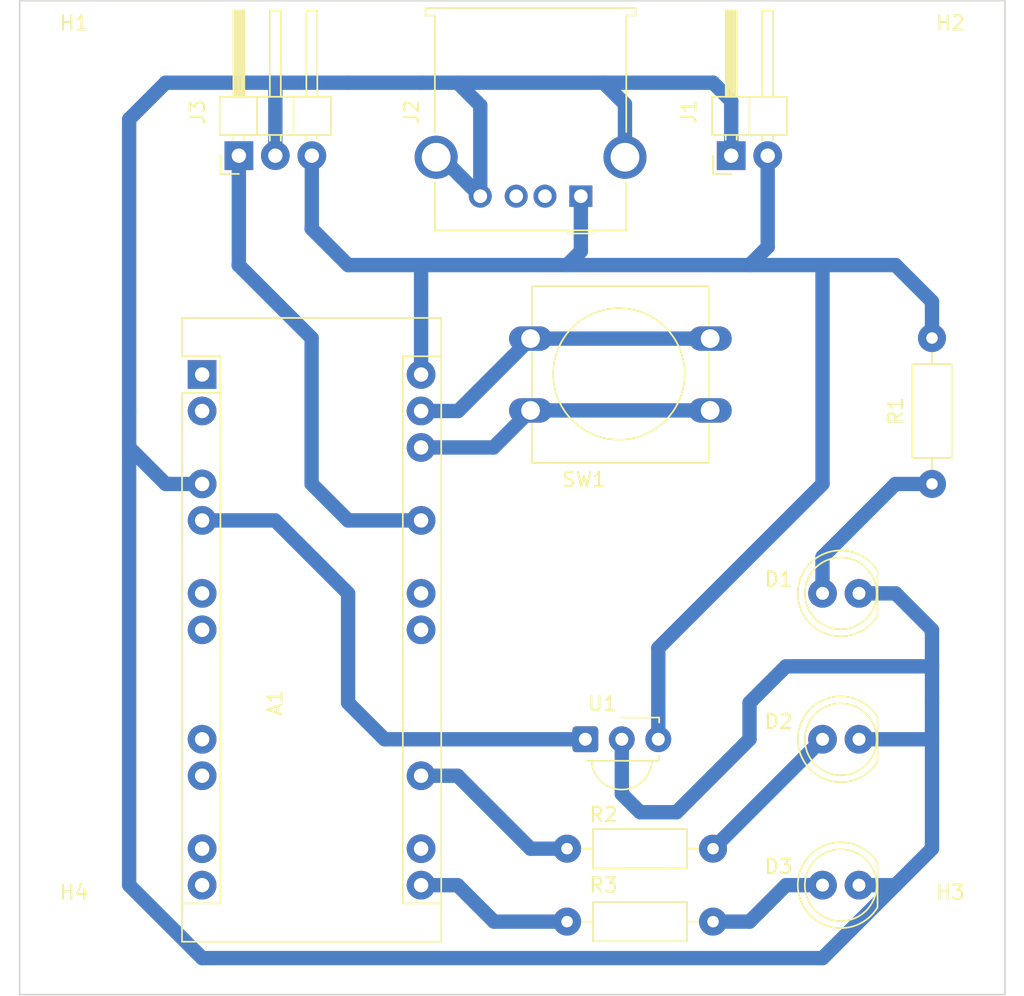
<source format=kicad_pcb>
(kicad_pcb (version 20211014) (generator pcbnew)
  (layers (0 "F.Cu" signal) (31 "B.Cu" signal) (34 "B.Paste" user) (35 "F.Paste" user) (36 "B.SilkS" user "B.Silkscreen") (37 "F.SilkS" user "F.Silkscreen") (38 "B.Mask" user) (39 "F.Mask" user) (44 "Edge.Cuts" user))
  (net 0 "")
  (net 1 "GND")
  (net 2 "Net-(D1-Pad2)")
  (net 3 "Net-(D2-Pad2)")
  (net 4 "+5V")
  (net 5 "Net-(D3-Pad2)")
  (net 8 "Net-(A1-Pad5)")
  (net 10 "Net-(R2-Pad1)")
  (net 13 "Net-(A1-Pad16)")
  (net 15 "Net-(J3-Pad1)")
  (net 16 "Net-(SW1-Pad1)")
  (net 18 "Net-(SW1-Pad2)")
  (footprint "MountingHole:MountingHole_2.1mm" (layer "F.Cu") (at 174 60)
    (fp_text reference "H2" (at 0 -3.2) (layer "F.SilkS"))
    (fp_text value "MountingHole")
    (pad "" np_thru_hole circle (at 0 0) (size 2.1 2.1) (drill 2.1) (layers *.Cu *.Mask))
  )
  (footprint "Connector_PinHeader_2.54mm:PinHeader_1x03_P2.54mm_Horizontal" (layer "F.Cu") (at 124.475 66.04 90)
    (fp_text reference "J3" (at 3.04 -2.875 90) (layer "F.SilkS"))
    (fp_text value "RELAY")
    (fp_line (start 1.11 0.38) (end 1.44 0.38) (layer "F.SilkS") (width 0.12))
    (fp_line (start 10.1 2.16) (end 10.1 2.92) (layer "F.SilkS") (width 0.12))
    (fp_line (start 10.1 0.38) (end 4.1 0.38) (layer "F.SilkS") (width 0.12))
    (fp_line (start 10.1 2.92) (end 4.1 2.92) (layer "F.SilkS") (width 0.12))
    (fp_line (start 1.44 1.27) (end 4.1 1.27) (layer "F.SilkS") (width 0.12))
    (fp_line (start 4.1 -1.33) (end 1.44 -1.33) (layer "F.SilkS") (width 0.12))
    (fp_line (start 1.042929 2.16) (end 1.44 2.16) (layer "F.SilkS") (width 0.12))
    (fp_line (start 1.042929 5.46) (end 1.44 5.46) (layer "F.SilkS") (width 0.12))
    (fp_line (start 1.042929 2.92) (end 1.44 2.92) (layer "F.SilkS") (width 0.12))
    (fp_line (start 1.44 6.41) (end 4.1 6.41) (layer "F.SilkS") (width 0.12))
    (fp_line (start 10.1 -0.38) (end 10.1 0.38) (layer "F.SilkS") (width 0.12))
    (fp_line (start 4.1 6.41) (end 4.1 -1.33) (layer "F.SilkS") (width 0.12))
    (fp_line (start 4.1 -0.32) (end 10.1 -0.32) (layer "F.SilkS") (width 0.12))
    (fp_line (start 4.1 -0.08) (end 10.1 -0.08) (layer "F.SilkS") (width 0.12))
    (fp_line (start -1.27 -1.27) (end 0 -1.27) (layer "F.SilkS") (width 0.12))
    (fp_line (start 4.1 2.16) (end 10.1 2.16) (layer "F.SilkS") (width 0.12))
    (fp_line (start 10.1 5.46) (end 4.1 5.46) (layer "F.SilkS") (width 0.12))
    (fp_line (start 4.1 -0.2) (end 10.1 -0.2) (layer "F.SilkS") (width 0.12))
    (fp_line (start 1.11 -0.38) (end 1.44 -0.38) (layer "F.SilkS") (width 0.12))
    (fp_line (start 4.1 -0.38) (end 10.1 -0.38) (layer "F.SilkS") (width 0.12))
    (fp_line (start 4.1 0.28) (end 10.1 0.28) (layer "F.SilkS") (width 0.12))
    (fp_line (start 1.44 3.81) (end 4.1 3.81) (layer "F.SilkS") (width 0.12))
    (fp_line (start 4.1 4.7) (end 10.1 4.7) (layer "F.SilkS") (width 0.12))
    (fp_line (start 10.1 4.7) (end 10.1 5.46) (layer "F.SilkS") (width 0.12))
    (fp_line (start 1.44 -1.33) (end 1.44 6.41) (layer "F.SilkS") (width 0.12))
    (fp_line (start -1.27 0) (end -1.27 -1.27) (layer "F.SilkS") (width 0.12))
    (fp_line (start 4.1 0.04) (end 10.1 0.04) (layer "F.SilkS") (width 0.12))
    (fp_line (start 4.1 0.16) (end 10.1 0.16) (layer "F.SilkS") (width 0.12))
    (fp_line (start 1.042929 4.7) (end 1.44 4.7) (layer "F.SilkS") (width 0.12))
    (pad "1" thru_hole rect (at 0 0 90) (size 2 2) (drill 1) (layers *.Cu *.Mask) (net 15 "Net-(J3-Pad1)"))
    (pad "2" thru_hole circle (at 0 2.54 90) (size 2 2) (drill 1) (layers *.Cu *.Mask) (net 1 "GND"))
    (pad "3" thru_hole circle (at 0 5.08 90) (size 2 2) (drill 1) (layers *.Cu *.Mask) (net 4 "+5V"))
  )
  (footprint "OptoDevice:Vishay_MINICAST-3Pin" (layer "F.Cu") (at 148.59 106.68)
    (fp_text reference "U1" (at 1.18 -2.48 180) (layer "F.SilkS"))
    (fp_text value "VS1338B")
    (fp_line (start 5.14 -1.51) (end 2.54 -1.51) (layer "F.SilkS") (width 0.12))
    (fp_line (start 5.14 1.5) (end 0.05 1.5) (layer "F.SilkS") (width 0.12))
    (fp_line (start 5.14 1.16) (end 5.14 1.5) (layer "F.SilkS") (width 0.12))
    (fp_line (start 5.14 -1.16) (end 5.14 -1.51) (layer "F.SilkS") (width 0.12))
    (fp_arc (start 4.64 1.5) (mid 2.540869 3.502378) (end 0.440083 1.501736) (layer "F.SilkS") (width 0.12))
    (pad "1" thru_hole roundrect (at 0 0) (size 1.8 1.8) (drill 0.9) (layers *.Cu *.Mask) (roundrect_rratio 0.139) (net 8 "Net-(A1-Pad5)"))
    (pad "2" thru_hole circle (at 2.54 0) (size 1.8 1.8) (drill 0.9) (layers *.Cu *.Mask) (net 1 "GND"))
    (pad "3" thru_hole circle (at 5.08 0) (size 1.8 1.8) (drill 0.9) (layers *.Cu *.Mask) (net 4 "+5V"))
  )
  (footprint "Resistor_THT:R_Axial_DIN0207_L6.3mm_D2.5mm_P10.16mm_Horizontal" (layer "F.Cu") (at 147.32 119.38)
    (fp_text reference "R3" (at 2.54 -2.54) (layer "F.SilkS"))
    (fp_text value "470")
    (fp_line (start 1.81 -1.37) (end 1.81 1.37) (layer "F.SilkS") (width 0.12))
    (fp_line (start 1.04 0) (end 1.81 0) (layer "F.SilkS") (width 0.12))
    (fp_line (start 8.35 -1.37) (end 1.81 -1.37) (layer "F.SilkS") (width 0.12))
    (fp_line (start 8.35 1.37) (end 8.35 -1.37) (layer "F.SilkS") (width 0.12))
    (fp_line (start 1.81 1.37) (end 8.35 1.37) (layer "F.SilkS") (width 0.12))
    (fp_line (start 9.12 0) (end 8.35 0) (layer "F.SilkS") (width 0.12))
    (pad "1" thru_hole circle (at 0 0) (size 1.95 1.95) (drill 0.8) (layers *.Cu *.Mask) (net 13 "Net-(A1-Pad16)"))
    (pad "2" thru_hole circle (at 10.16 0) (size 1.95 1.95) (drill 0.8) (layers *.Cu *.Mask) (net 5 "Net-(D3-Pad2)"))
  )
  (footprint "LED_THT:LED_D5.0mm" (layer "F.Cu") (at 167.64 106.68 180)
    (fp_text reference "D2" (at 5.6 1.24) (layer "F.SilkS"))
    (fp_text value "LED")
    (fp_line (start -1.29 -1.545) (end -1.29 1.545) (layer "F.SilkS") (width 0.12))
    (fp_arc (start -1.29 -1.54483) (mid 2.072002 -2.880433) (end 4.26 0.000462) (layer "F.SilkS") (width 0.12))
    (fp_arc (start 4.26 -0.000462) (mid 2.072002 2.880433) (end -1.29 1.54483) (layer "F.SilkS") (width 0.12))
    (fp_circle (center 1.27 0) (end 3.77 0) (layer "F.SilkS") (width 0.12) (fill none))
    (pad "1" thru_hole circle (at 0 0 180) (size 2 2) (drill 0.9) (layers *.Cu *.Mask) (net 1 "GND"))
    (pad "2" thru_hole circle (at 2.54 0 180) (size 2 2) (drill 0.9) (layers *.Cu *.Mask) (net 3 "Net-(D2-Pad2)"))
  )
  (footprint "Connector_PinHeader_2.54mm:PinHeader_1x02_P2.54mm_Horizontal" (layer "F.Cu") (at 158.745 66.04 90)
    (fp_text reference "J1" (at 3.04 -2.945 90) (layer "F.SilkS"))
    (fp_text value "POWER_PINS")
    (fp_line (start 4.1 2.16) (end 10.1 2.16) (layer "F.SilkS") (width 0.12))
    (fp_line (start 1.042929 2.16) (end 1.44 2.16) (layer "F.SilkS") (width 0.12))
    (fp_line (start 4.1 0.16) (end 10.1 0.16) (layer "F.SilkS") (width 0.12))
    (fp_line (start 10.1 2.92) (end 4.1 2.92) (layer "F.SilkS") (width 0.12))
    (fp_line (start 4.1 -0.38) (end 10.1 -0.38) (layer "F.SilkS") (width 0.12))
    (fp_line (start 10.1 0.38) (end 4.1 0.38) (layer "F.SilkS") (width 0.12))
    (fp_line (start 1.11 -0.38) (end 1.44 -0.38) (layer "F.SilkS") (width 0.12))
    (fp_line (start 1.44 1.27) (end 4.1 1.27) (layer "F.SilkS") (width 0.12))
    (fp_line (start 10.1 -0.38) (end 10.1 0.38) (layer "F.SilkS") (width 0.12))
    (fp_line (start -1.27 0) (end -1.27 -1.27) (layer "F.SilkS") (width 0.12))
    (fp_line (start 1.44 -1.33) (end 1.44 3.87) (layer "F.SilkS") (width 0.12))
    (fp_line (start 4.1 0.28) (end 10.1 0.28) (layer "F.SilkS") (width 0.12))
    (fp_line (start 4.1 -1.33) (end 1.44 -1.33) (layer "F.SilkS") (width 0.12))
    (fp_line (start 4.1 -0.08) (end 10.1 -0.08) (layer "F.SilkS") (width 0.12))
    (fp_line (start 4.1 3.87) (end 4.1 -1.33) (layer "F.SilkS") (width 0.12))
    (fp_line (start 1.11 0.38) (end 1.44 0.38) (layer "F.SilkS") (width 0.12))
    (fp_line (start 10.1 2.16) (end 10.1 2.92) (layer "F.SilkS") (width 0.12))
    (fp_line (start 1.042929 2.92) (end 1.44 2.92) (layer "F.SilkS") (width 0.12))
    (fp_line (start -1.27 -1.27) (end 0 -1.27) (layer "F.SilkS") (width 0.12))
    (fp_line (start 4.1 0.04) (end 10.1 0.04) (layer "F.SilkS") (width 0.12))
    (fp_line (start 1.44 3.87) (end 4.1 3.87) (layer "F.SilkS") (width 0.12))
    (fp_line (start 4.1 -0.2) (end 10.1 -0.2) (layer "F.SilkS") (width 0.12))
    (fp_line (start 4.1 -0.32) (end 10.1 -0.32) (layer "F.SilkS") (width 0.12))
    (pad "1" thru_hole rect (at 0 0 90) (size 2 2) (drill 1) (layers *.Cu *.Mask) (net 1 "GND"))
    (pad "2" thru_hole circle (at 0 2.54 90) (size 2 2) (drill 1) (layers *.Cu *.Mask) (net 4 "+5V"))
  )
  (footprint "LED_THT:LED_D5.0mm" (layer "F.Cu") (at 167.64 96.52 180)
    (fp_text reference "D1" (at 5.6 0.98) (layer "F.SilkS"))
    (fp_text value "LED")
    (fp_line (start -1.29 -1.545) (end -1.29 1.545) (layer "F.SilkS") (width 0.12))
    (fp_arc (start 4.26 -0.000462) (mid 2.072002 2.880433) (end -1.29 1.54483) (layer "F.SilkS") (width 0.12))
    (fp_arc (start -1.29 -1.54483) (mid 2.072002 -2.880433) (end 4.26 0.000462) (layer "F.SilkS") (width 0.12))
    (fp_circle (center 1.27 0) (end 3.77 0) (layer "F.SilkS") (width 0.12) (fill none))
    (pad "1" thru_hole circle (at 0 0 180) (size 2 2) (drill 0.9) (layers *.Cu *.Mask) (net 1 "GND"))
    (pad "2" thru_hole circle (at 2.54 0 180) (size 2 2) (drill 0.9) (layers *.Cu *.Mask) (net 2 "Net-(D1-Pad2)"))
  )
  (footprint "Connector_USB:USB_A_Molex_67643_Horizontal" (layer "F.Cu") (at 148.28 68.86 180)
    (fp_text reference "J2" (at 11.78 5.86 90) (layer "F.SilkS"))
    (fp_text value "POWER_USB")
    (fp_line (start 10.16 4.47) (end 10.16 12.58) (layer "F.SilkS") (width 0.12))
    (fp_line (start 10.81 13.1) (end 10.81 12.58) (layer "F.SilkS") (width 0.12))
    (fp_line (start -3.81 13.1) (end 10.81 13.1) (layer "F.SilkS") (width 0.12))
    (fp_line (start -3.16 -2.38) (end -3.16 0.95) (layer "F.SilkS") (width 0.12))
    (fp_line (start -3.81 12.58) (end -3.81 13.1) (layer "F.SilkS") (width 0.12))
    (fp_line (start -3.16 12.58) (end -3.16 4.47) (layer "F.SilkS") (width 0.12))
    (fp_line (start -3.16 12.58) (end -3.81 12.58) (layer "F.SilkS") (width 0.12))
    (fp_line (start -3.16 -2.38) (end 10.16 -2.38) (layer "F.SilkS") (width 0.12))
    (fp_line (start 10.16 -2.38) (end 10.16 0.95) (layer "F.SilkS") (width 0.12))
    (fp_line (start -0.9 -2.6) (end 0.9 -2.6) (layer "F.SilkS") (width 0.12))
    (fp_line (start 10.81 12.58) (end 10.16 12.58) (layer "F.SilkS") (width 0.12))
    (pad "1" thru_hole rect (at 0 0 180) (size 1.6 1.5) (drill 0.95) (layers *.Cu *.Mask) (net 4 "+5V"))
    (pad "2" thru_hole circle (at 2.5 0 180) (size 1.6 1.6) (drill 0.95) (layers *.Cu *.Mask))
    (pad "3" thru_hole circle (at 4.5 0 180) (size 1.6 1.6) (drill 0.95) (layers *.Cu *.Mask))
    (pad "4" thru_hole circle (at 7 0 180) (size 1.6 1.6) (drill 0.95) (layers *.Cu *.Mask) (net 1 "GND"))
    (pad "5" thru_hole circle (at 10.07 2.71 180) (size 3 3) (drill 2) (layers *.Cu *.Mask) (net 1 "GND"))
    (pad "5" thru_hole circle (at -3.07 2.71 180) (size 3 3) (drill 2) (layers *.Cu *.Mask) (net 1 "GND"))
  )
  (footprint "MountingHole:MountingHole_2.1mm" (layer "F.Cu") (at 174 120.54)
    (fp_text reference "H3" (at 0 -3.2) (layer "F.SilkS"))
    (fp_text value "MountingHole")
    (pad "" np_thru_hole circle (at 0 0) (size 2.1 2.1) (drill 2.1) (layers *.Cu *.Mask))
  )
  (footprint "Module:Arduino_Nano" (layer "F.Cu") (at 121.92 81.28)
    (fp_text reference "A1" (at 5.07 22.86 270) (layer "F.SilkS"))
    (fp_text value "Arduino Nano v3.0")
    (fp_line (start -1.4 1.27) (end -1.4 39.5) (layer "F.SilkS") (width 0.12))
    (fp_line (start 16.64 -3.94) (end -1.4 -3.94) (layer "F.SilkS") (width 0.12))
    (fp_line (start 13.97 -1.27) (end 13.97 36.83) (layer "F.SilkS") (width 0.12))
    (fp_line (start -1.4 39.5) (end 16.64 39.5) (layer "F.SilkS") (width 0.12))
    (fp_line (start -1.4 -3.94) (end -1.4 -1.27) (layer "F.SilkS") (width 0.12))
    (fp_line (start 1.27 -1.27) (end -1.4 -1.27) (layer "F.SilkS") (width 0.12))
    (fp_line (start 13.97 -1.27) (end 16.64 -1.27) (layer "F.SilkS") (width 0.12))
    (fp_line (start 1.27 1.27) (end 1.27 36.83) (layer "F.SilkS") (width 0.12))
    (fp_line (start 1.27 1.27) (end 1.27 -1.27) (layer "F.SilkS") (width 0.12))
    (fp_line (start 1.27 1.27) (end -1.4 1.27) (layer "F.SilkS") (width 0.12))
    (fp_line (start 1.27 36.83) (end -1.4 36.83) (layer "F.SilkS") (width 0.12))
    (fp_line (start 16.64 39.5) (end 16.64 -3.94) (layer "F.SilkS") (width 0.12))
    (fp_line (start 13.97 36.83) (end 16.64 36.83) (layer "F.SilkS") (width 0.12))
    (pad "1" thru_hole rect (at 0 0) (size 2 2) (drill 1) (layers *.Cu *.Mask))
    (pad "2" thru_hole circle (at 0 2.54) (size 2 2) (drill 1) (layers *.Cu *.Mask))
    (pad "4" thru_hole circle (at 0 7.62) (size 2 2) (drill 1) (layers *.Cu *.Mask) (net 1 "GND"))
    (pad "5" thru_hole circle (at 0 10.16) (size 2 2) (drill 1) (layers *.Cu *.Mask) (net 8 "Net-(A1-Pad5)"))
    (pad "7" thru_hole circle (at 0 15.24) (size 2 2) (drill 1) (layers *.Cu *.Mask))
    (pad "8" thru_hole circle (at 0 17.78) (size 2 2) (drill 1) (layers *.Cu *.Mask))
    (pad "11" thru_hole circle (at 0 25.4) (size 2 2) (drill 1) (layers *.Cu *.Mask))
    (pad "12" thru_hole circle (at 0 27.94) (size 2 2) (drill 1) (layers *.Cu *.Mask))
    (pad "14" thru_hole circle (at 0 33.02) (size 2 2) (drill 1) (layers *.Cu *.Mask))
    (pad "15" thru_hole circle (at 0 35.56) (size 2 2) (drill 1) (layers *.Cu *.Mask))
    (pad "16" thru_hole circle (at 15.24 35.56) (size 2 2) (drill 1) (layers *.Cu *.Mask) (net 13 "Net-(A1-Pad16)"))
    (pad "17" thru_hole circle (at 15.24 33.02) (size 2 2) (drill 1) (layers *.Cu *.Mask))
    (pad "19" thru_hole circle (at 15.24 27.94) (size 2 2) (drill 1) (layers *.Cu *.Mask) (net 10 "Net-(R2-Pad1)"))
    (pad "23" thru_hole circle (at 15.24 17.78) (size 2 2) (drill 1) (layers *.Cu *.Mask))
    (pad "24" thru_hole circle (at 15.24 15.24) (size 2 2) (drill 1) (layers *.Cu *.Mask))
    (pad "26" thru_hole circle (at 15.24 10.16) (size 2 2) (drill 1) (layers *.Cu *.Mask) (net 15 "Net-(J3-Pad1)"))
    (pad "28" thru_hole circle (at 15.24 5.08) (size 2 2) (drill 1) (layers *.Cu *.Mask) (net 16 "Net-(SW1-Pad1)"))
    (pad "29" thru_hole circle (at 15.24 2.54) (size 2 2) (drill 1) (layers *.Cu *.Mask) (net 18 "Net-(SW1-Pad2)"))
    (pad "30" thru_hole circle (at 15.24 0) (size 2 2) (drill 1) (layers *.Cu *.Mask) (net 4 "+5V"))
  )
  (footprint "MountingHole:MountingHole_2.1mm" (layer "F.Cu") (at 113 120.54)
    (fp_text reference "H4" (at 0 -3.2) (layer "F.SilkS"))
    (fp_text value "MountingHole")
    (pad "" np_thru_hole circle (at 0 0) (size 2.1 2.1) (drill 2.1) (layers F&B.Cu *.Mask))
  )
  (footprint "Resistor_THT:R_Axial_DIN0207_L6.3mm_D2.5mm_P10.16mm_Horizontal" (layer "F.Cu") (at 172.72 78.74 -90)
    (fp_text reference "R1" (at 5.08 2.54 90) (layer "F.SilkS"))
    (fp_text value "4K7")
    (fp_line (start 1.04 0) (end 1.81 0) (layer "F.SilkS") (width 0.12))
    (fp_line (start 8.35 1.37) (end 8.35 -1.37) (layer "F.SilkS") (width 0.12))
    (fp_line (start 1.81 -1.37) (end 1.81 1.37) (layer "F.SilkS") (width 0.12))
    (fp_line (start 1.81 1.37) (end 8.35 1.37) (layer "F.SilkS") (width 0.12))
    (fp_line (start 8.35 -1.37) (end 1.81 -1.37) (layer "F.SilkS") (width 0.12))
    (fp_line (start 9.12 0) (end 8.35 0) (layer "F.SilkS") (width 0.12))
    (pad "1" thru_hole circle (at 0 0 270) (size 1.95 1.95) (drill 0.8) (layers *.Cu *.Mask) (net 4 "+5V"))
    (pad "2" thru_hole circle (at 10.16 0 270) (size 1.95 1.95) (drill 0.8) (layers *.Cu *.Mask) (net 2 "Net-(D1-Pad2)"))
  )
  (footprint "Button_Switch_THT:SW_PUSH-12mm" (layer "F.Cu") (at 157.28 83.78 180)
    (fp_text reference "SW1" (at 8.78 -4.82) (layer "F.SilkS"))
    (fp_text value "RESET")
    (fp_line (start 12.4 0.93) (end 12.4 4.07) (layer "F.SilkS") (width 0.12))
    (fp_line (start 12.4 8.65) (end 0.1 8.65) (layer "F.SilkS") (width 0.12))
    (fp_line (start 0.1 -3.65) (end 12.4 -3.65) (layer "F.SilkS") (width 0.12))
    (fp_line (start 0.1 4.07) (end 0.1 0.93) (layer "F.SilkS") (width 0.12))
    (fp_line (start 12.4 5.93) (end 12.4 8.65) (layer "F.SilkS") (width 0.12))
    (fp_line (start 12.4 -3.65) (end 12.4 -0.93) (layer "F.SilkS") (width 0.12))
    (fp_line (start 0.1 8.65) (end 0.1 5.93) (layer "F.SilkS") (width 0.12))
    (fp_line (start 0.1 -0.93) (end 0.1 -3.65) (layer "F.SilkS") (width 0.12))
    (fp_circle (center 6.35 2.54) (end 10.16 5.08) (layer "F.SilkS") (width 0.12) (fill none))
    (pad "1" thru_hole oval (at 0 0 180) (size 3 1.7) (drill 1.3) (layers *.Cu *.Mask) (net 16 "Net-(SW1-Pad1)"))
    (pad "1" thru_hole oval (at 12.5 0 180) (size 3 1.7) (drill 1.3) (layers *.Cu *.Mask) (net 16 "Net-(SW1-Pad1)"))
    (pad "2" thru_hole oval (at 0 5 180) (size 3 1.7) (drill 1.3) (layers *.Cu *.Mask) (net 18 "Net-(SW1-Pad2)"))
    (pad "2" thru_hole oval (at 12.5 5 180) (size 3 1.7) (drill 1.3) (layers *.Cu *.Mask) (net 18 "Net-(SW1-Pad2)"))
  )
  (footprint "LED_THT:LED_D5.0mm" (layer "F.Cu") (at 167.64 116.84 180)
    (fp_text reference "D3" (at 5.6 1.3) (layer "F.SilkS"))
    (fp_text value "LED")
    (fp_line (start -1.29 -1.545) (end -1.29 1.545) (layer "F.SilkS") (width 0.12))
    (fp_arc (start -1.29 -1.54483) (mid 2.072002 -2.880433) (end 4.26 0.000462) (layer "F.SilkS") (width 0.12))
    (fp_arc (start 4.26 -0.000462) (mid 2.072002 2.880433) (end -1.29 1.54483) (layer "F.SilkS") (width 0.12))
    (fp_circle (center 1.27 0) (end 3.77 0) (layer "F.SilkS") (width 0.12) (fill none))
    (pad "1" thru_hole circle (at 0 0 180) (size 2 2) (drill 0.9) (layers *.Cu *.Mask) (net 1 "GND"))
    (pad "2" thru_hole circle (at 2.54 0 180) (size 2 2) (drill 0.9) (layers *.Cu *.Mask) (net 5 "Net-(D3-Pad2)"))
  )
  (footprint "Resistor_THT:R_Axial_DIN0207_L6.3mm_D2.5mm_P10.16mm_Horizontal" (layer "F.Cu") (at 147.32 114.3)
    (fp_text reference "R2" (at 2.54 -2.37) (layer "F.SilkS"))
    (fp_text value "4K7")
    (fp_line (start 8.35 -1.37) (end 1.81 -1.37) (layer "F.SilkS") (width 0.12))
    (fp_line (start 1.81 1.37) (end 8.35 1.37) (layer "F.SilkS") (width 0.12))
    (fp_line (start 1.04 0) (end 1.81 0) (layer "F.SilkS") (width 0.12))
    (fp_line (start 9.12 0) (end 8.35 0) (layer "F.SilkS") (width 0.12))
    (fp_line (start 8.35 1.37) (end 8.35 -1.37) (layer "F.SilkS") (width 0.12))
    (fp_line (start 1.81 -1.37) (end 1.81 1.37) (layer "F.SilkS") (width 0.12))
    (pad "1" thru_hole circle (at 0 0) (size 1.95 1.95) (drill 0.8) (layers *.Cu *.Mask) (net 10 "Net-(R2-Pad1)"))
    (pad "2" thru_hole circle (at 10.16 0) (size 1.95 1.95) (drill 0.8) (layers *.Cu *.Mask) (net 3 "Net-(D2-Pad2)"))
  )
  (footprint "MountingHole:MountingHole_2.1mm" (layer "F.Cu") (at 113 60)
    (fp_text reference "H1" (at 0 -3.2) (layer "F.SilkS"))
    (fp_text value "MountingHole")
    (pad "" np_thru_hole circle (at 0 0) (size 2.1 2.1) (drill 2.1) (layers *.Cu *.Mask))
  )
  (gr_line (start 177.8 55.25) (end 177.8 124.46) (layer "Edge.Cuts") (width 0.1))
  (gr_line (start 177.8 124.46) (end 109.22 124.46) (layer "Edge.Cuts") (width 0.1))
  (gr_line (start 109.22 124.46) (end 109.22 55.25) (layer "Edge.Cuts") (width 0.1))
  (gr_line (start 109.22 55.25) (end 177.8 55.25) (layer "Edge.Cuts") (width 0.1))
  (segment (start 139.7 60.96) (end 137.16 60.96) (width 1) (layer "B.Cu") (net 1))
  (segment (start 172.72 101.6) (end 172.72 104.14) (width 1) (layer "B.Cu") (net 1))
  (segment (start 167.64 116.84) (end 170.18 116.84) (width 1) (layer "B.Cu") (net 1))
  (segment (start 141.28 62.54) (end 139.7 60.96) (width 1) (layer "B.Cu") (net 1))
  (segment (start 138.21 66.15) (end 138.57 66.15) (width 1) (layer "B.Cu") (net 1))
  (segment (start 149.86 60.96) (end 139.7 60.96) (width 1) (layer "B.Cu") (net 1))
  (segment (start 172.72 114.3) (end 172.72 104.14) (width 1) (layer "B.Cu") (net 1))
  (segment (start 162.56 101.6) (end 160.02 104.14) (width 1) (layer "B.Cu") (net 1))
  (segment (start 127.015 60.975) (end 127 60.96) (width 1) (layer "B.Cu") (net 1))
  (segment (start 172.72 99.06) (end 172.72 101.6) (width 1) (layer "B.Cu") (net 1))
  (segment (start 132.08 60.96) (end 127 60.96) (width 1) (layer "B.Cu") (net 1))
  (segment (start 152.4 111.76) (end 151.13 110.49) (width 1) (layer "B.Cu") (net 1))
  (segment (start 116.84 83.82) (end 116.84 116.84) (width 1) (layer "B.Cu") (net 1))
  (segment (start 121.92 88.9) (end 119.38 88.9) (width 1) (layer "B.Cu") (net 1))
  (segment (start 119.38 60.96) (end 116.84 63.5) (width 1) (layer "B.Cu") (net 1))
  (segment (start 127 60.96) (end 119.38 60.96) (width 1) (layer "B.Cu") (net 1))
  (segment (start 141.28 68.86) (end 141.28 62.54) (width 1) (layer "B.Cu") (net 1))
  (segment (start 138.57 66.15) (end 141.28 68.86) (width 1) (layer "B.Cu") (net 1))
  (segment (start 127.015 66.04) (end 127.015 60.975) (width 1) (layer "B.Cu") (net 1))
  (segment (start 160.02 104.14) (end 160.02 106.68) (width 1) (layer "B.Cu") (net 1))
  (segment (start 157.48 60.96) (end 158.745 62.225) (width 1) (layer "B.Cu") (net 1))
  (segment (start 121.92 121.92) (end 165.1 121.92) (width 1) (layer "B.Cu") (net 1))
  (segment (start 158.745 62.225) (end 158.745 66.04) (width 1) (layer "B.Cu") (net 1))
  (segment (start 154.94 111.76) (end 152.4 111.76) (width 1) (layer "B.Cu") (net 1))
  (segment (start 132.08 60.96) (end 137.16 60.96) (width 1) (layer "B.Cu") (net 1))
  (segment (start 151.35 62.45) (end 151.35 66.15) (width 1) (layer "B.Cu") (net 1))
  (segment (start 172.72 101.6) (end 162.56 101.6) (width 1) (layer "B.Cu") (net 1))
  (segment (start 116.84 63.5) (end 116.84 83.82) (width 1) (layer "B.Cu") (net 1))
  (segment (start 167.64 96.52) (end 170.18 96.52) (width 1) (layer "B.Cu") (net 1))
  (segment (start 149.86 60.96) (end 151.35 62.45) (width 1) (layer "B.Cu") (net 1))
  (segment (start 167.64 106.68) (end 172.72 106.68) (width 1) (layer "B.Cu") (net 1))
  (segment (start 160.02 106.68) (end 154.94 111.76) (width 1) (layer "B.Cu") (net 1))
  (segment (start 170.18 96.52) (end 172.72 99.06) (width 1) (layer "B.Cu") (net 1))
  (segment (start 165.1 121.92) (end 170.18 116.84) (width 1) (layer "B.Cu") (net 1))
  (segment (start 170.18 116.84) (end 172.72 114.3) (width 1) (layer "B.Cu") (net 1))
  (segment (start 157.48 60.96) (end 149.86 60.96) (width 1) (layer "B.Cu") (net 1))
  (segment (start 151.13 110.49) (end 151.13 106.68) (width 1) (layer "B.Cu") (net 1))
  (segment (start 116.84 116.84) (end 121.92 121.92) (width 1) (layer "B.Cu") (net 1))
  (segment (start 119.38 88.9) (end 116.84 86.36) (width 1) (layer "B.Cu") (net 1))
  (segment (start 165.1 96.52) (end 165.1 93.98) (width 1) (layer "B.Cu") (net 2))
  (segment (start 172.72 88.9) (end 170.18 88.9) (width 1) (layer "B.Cu") (net 2))
  (segment (start 165.1 93.98) (end 170.18 88.9) (width 1) (layer "B.Cu") (net 2))
  (segment (start 157.48 114.3) (end 165.1 106.68) (width 1) (layer "B.Cu") (net 3))
  (segment (start 160.02 73.66) (end 161.285 72.395) (width 1) (layer "B.Cu") (net 4))
  (segment (start 172.72 76.2) (end 170.18 73.66) (width 1) (layer "B.Cu") (net 4))
  (segment (start 129.555 71.105) (end 129.54 71.12) (width 1) (layer "B.Cu") (net 4))
  (segment (start 129.555 71.105) (end 129.555 66.04) (width 1) (layer "B.Cu") (net 4))
  (segment (start 153.67 100.33) (end 153.67 106.68) (width 1) (layer "B.Cu") (net 4))
  (segment (start 147.32 73.66) (end 148.28 72.7) (width 1) (layer "B.Cu") (net 4))
  (segment (start 132.08 73.66) (end 170.18 73.66) (width 1) (layer "B.Cu") (net 4))
  (segment (start 137.16 73.66) (end 137.16 81.28) (width 1) (layer "B.Cu") (net 4))
  (segment (start 172.72 76.2) (end 172.72 78.74) (width 1) (layer "B.Cu") (net 4))
  (segment (start 148.28 72.7) (end 148.28 68.86) (width 1) (layer "B.Cu") (net 4))
  (segment (start 132.08 73.66) (end 129.54 71.12) (width 1) (layer "B.Cu") (net 4))
  (segment (start 161.285 72.395) (end 161.285 66.04) (width 1) (layer "B.Cu") (net 4))
  (segment (start 165.1 88.9) (end 153.67 100.33) (width 1) (layer "B.Cu") (net 4))
  (segment (start 165.1 73.66) (end 165.1 88.9) (width 1) (layer "B.Cu") (net 4))
  (segment (start 160.02 119.38) (end 157.48 119.38) (width 1) (layer "B.Cu") (net 5))
  (segment (start 165.1 116.84) (end 162.56 116.84) (width 1) (layer "B.Cu") (net 5))
  (segment (start 162.56 116.84) (end 160.02 119.38) (width 1) (layer "B.Cu") (net 5))
  (segment (start 132.08 96.52) (end 127 91.44) (width 1) (layer "B.Cu") (net 8))
  (segment (start 132.08 104.14) (end 132.08 96.52) (width 1) (layer "B.Cu") (net 8))
  (segment (start 121.925 91.44) (end 126.995 91.44) (width 1) (layer "B.Cu") (net 8))
  (segment (start 134.62 106.68) (end 148.59 106.68) (width 1) (layer "B.Cu") (net 8))
  (segment (start 134.62 106.68) (end 132.08 104.14) (width 1) (layer "B.Cu") (net 8))
  (segment (start 144.78 114.3) (end 147.32 114.3) (width 1) (layer "B.Cu") (net 10))
  (segment (start 137.16 109.22) (end 139.7 109.22) (width 1) (layer "B.Cu") (net 10))
  (segment (start 139.7 109.22) (end 144.78 114.3) (width 1) (layer "B.Cu") (net 10))
  (segment (start 139.7 116.84) (end 142.24 119.38) (width 1) (layer "B.Cu") (net 13))
  (segment (start 142.24 119.38) (end 147.32 119.38) (width 1) (layer "B.Cu") (net 13))
  (segment (start 137.16 116.84) (end 139.7 116.84) (width 1) (layer "B.Cu") (net 13))
  (segment (start 137.165 91.44) (end 132.075 91.44) (width 1) (layer "B.Cu") (net 15))
  (segment (start 132.08 91.44) (end 129.54 88.9) (width 1) (layer "B.Cu") (net 15))
  (segment (start 124.475 73.645) (end 124.475 66.04) (width 1) (layer "B.Cu") (net 15))
  (segment (start 124.46 73.66) (end 124.475 73.645) (width 1) (layer "B.Cu") (net 15))
  (segment (start 129.54 88.9) (end 129.54 78.74) (width 1) (layer "B.Cu") (net 15))
  (segment (start 129.54 78.74) (end 124.46 73.66) (width 1) (layer "B.Cu") (net 15))
  (segment (start 144.78 83.78) (end 157.28 83.78) (width 1) (layer "B.Cu") (net 16))
  (segment (start 137.16 86.36) (end 142.2 86.36) (width 1) (layer "B.Cu") (net 16))
  (segment (start 142.2 86.36) (end 144.78 83.78) (width 1) (layer "B.Cu") (net 16))
  (segment (start 139.74 83.82) (end 144.78 78.78) (width 1) (layer "B.Cu") (net 18))
  (segment (start 144.78 78.78) (end 157.28 78.78) (width 1) (layer "B.Cu") (net 18))
  (segment (start 137.16 83.82) (end 139.74 83.82) (width 1) (layer "B.Cu") (net 18))
)
</source>
